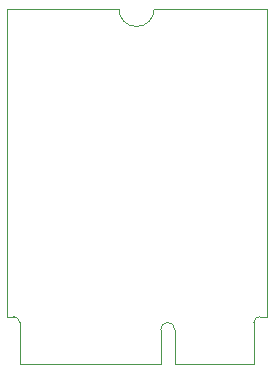
<source format=gbr>
G04 #@! TF.GenerationSoftware,KiCad,Pcbnew,(6.0.1)*
G04 #@! TF.CreationDate,2022-02-18T21:00:09+08:00*
G04 #@! TF.ProjectId,STM32_FOC_Board,53544d33-325f-4464-9f43-5f426f617264,rev?*
G04 #@! TF.SameCoordinates,Original*
G04 #@! TF.FileFunction,Profile,NP*
%FSLAX46Y46*%
G04 Gerber Fmt 4.6, Leading zero omitted, Abs format (unit mm)*
G04 Created by KiCad (PCBNEW (6.0.1)) date 2022-02-18 21:00:09*
%MOMM*%
%LPD*%
G01*
G04 APERTURE LIST*
G04 #@! TA.AperFunction,Profile*
%ADD10C,0.050000*%
G04 #@! TD*
G04 APERTURE END LIST*
D10*
X151000000Y-107887500D02*
X151000000Y-81838800D01*
X129000000Y-81830000D02*
X138480800Y-81830000D01*
X141478000Y-81838800D02*
X151000000Y-81838800D01*
X138480799Y-81830000D02*
G75*
G03*
X141478000Y-81838800I1498589J-8330D01*
G01*
X129000000Y-107887500D02*
X129000000Y-81830000D01*
X139999999Y-111887508D02*
X142024999Y-111887508D01*
X150424999Y-107887508D02*
X150999999Y-107887508D01*
X149924999Y-111887508D02*
X149924999Y-108387508D01*
X128999999Y-107887508D02*
X129574999Y-107887508D01*
X143224999Y-111887508D02*
X149924999Y-111887508D01*
X130074999Y-108387508D02*
X130074999Y-111887508D01*
X130074999Y-111887508D02*
X139999999Y-111887508D01*
X143224999Y-108987508D02*
X143224999Y-111887508D01*
X142024999Y-111887508D02*
X142024999Y-108987508D01*
X143224999Y-108987508D02*
G75*
G03*
X142024999Y-108987508I-600000J0D01*
G01*
X150424999Y-107887508D02*
G75*
G03*
X149924999Y-108387508I1J-500001D01*
G01*
X130074999Y-108387508D02*
G75*
G03*
X129574999Y-107887508I-500001J-1D01*
G01*
M02*

</source>
